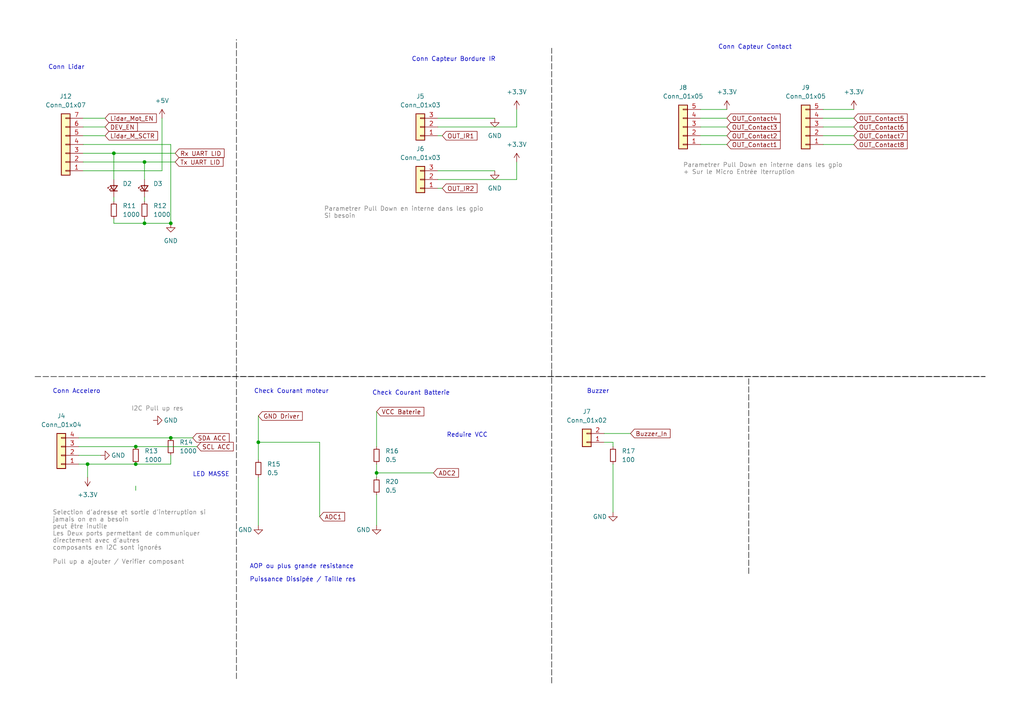
<source format=kicad_sch>
(kicad_sch (version 20230121) (generator eeschema)
  (paper "A4")
  (lib_symbols
    (symbol "Connector_Generic:Conn_01x02" (pin_names (offset 1.016) hide)
      (property "Reference" "J" (at 0 2.54 0))
      (property "Value" "Conn_01x02" (at 0 -5.08 0))
      (symbol "Conn_01x02_1_1"
        (rectangle (start -1.27 -2.413) (end 0 -2.667) (stroke (width 0.1524)))
        (rectangle (start -1.27 0.127) (end 0 -0.127) (stroke (width 0.1524)))
        (rectangle (start -1.27 1.27) (end 1.27 -3.81) (stroke (width 0.254)) (fill (type background)))
        (pin passive line (at -5.08 0 0) (length 3.81) (name "Pin_1") (number "1"))
        (pin passive line (at -5.08 -2.54 0) (length 3.81) (name "Pin_2") (number "2"))
      )
    )
    (symbol "Connector_Generic:Conn_01x03" (pin_names (offset 1.016) hide)
      (property "Reference" "J" (at 0 5.08 0))
      (property "Value" "Conn_01x03" (at 0 -5.08 0))
      (symbol "Conn_01x03_1_1"
        (rectangle (start -1.27 -2.413) (end 0 -2.667) (stroke (width 0.1524)))
        (rectangle (start -1.27 0.127) (end 0 -0.127) (stroke (width 0.1524)))
        (rectangle (start -1.27 2.667) (end 0 2.413) (stroke (width 0.1524)))
        (rectangle (start -1.27 3.81) (end 1.27 -3.81) (stroke (width 0.254)) (fill (type background)))
        (pin passive line (at -5.08 2.54 0) (length 3.81) (name "Pin_1") (number "1"))
        (pin passive line (at -5.08 0 0) (length 3.81) (name "Pin_2") (number "2"))
        (pin passive line (at -5.08 -2.54 0) (length 3.81) (name "Pin_3") (number "3"))
      )
    )
    (symbol "Connector_Generic:Conn_01x04" (pin_names (offset 1.016) hide)
      (property "Reference" "J" (at 0 5.08 0))
      (property "Value" "Conn_01x04" (at 0 -7.62 0))
      (symbol "Conn_01x04_1_1"
        (rectangle (start -1.27 -4.953) (end 0 -5.207) (stroke (width 0.1524)))
        (rectangle (start -1.27 -2.413) (end 0 -2.667) (stroke (width 0.1524)))
        (rectangle (start -1.27 0.127) (end 0 -0.127) (stroke (width 0.1524)))
        (rectangle (start -1.27 2.667) (end 0 2.413) (stroke (width 0.1524)))
        (rectangle (start -1.27 3.81) (end 1.27 -6.35) (stroke (width 0.254)) (fill (type background)))
        (pin passive line (at -5.08 2.54 0) (length 3.81) (name "Pin_1") (number "1"))
        (pin passive line (at -5.08 0 0) (length 3.81) (name "Pin_2") (number "2"))
        (pin passive line (at -5.08 -2.54 0) (length 3.81) (name "Pin_3") (number "3"))
        (pin passive line (at -5.08 -5.08 0) (length 3.81) (name "Pin_4") (number "4"))
      )
    )
    (symbol "Connector_Generic:Conn_01x05" (pin_names (offset 1.016) hide)
      (property "Reference" "J" (at 0 7.62 0))
      (property "Value" "Conn_01x05" (at 0 -7.62 0))
      (symbol "Conn_01x05_1_1"
        (rectangle (start -1.27 -4.953) (end 0 -5.207) (stroke (width 0.1524)))
        (rectangle (start -1.27 -2.413) (end 0 -2.667) (stroke (width 0.1524)))
        (rectangle (start -1.27 0.127) (end 0 -0.127) (stroke (width 0.1524)))
        (rectangle (start -1.27 2.667) (end 0 2.413) (stroke (width 0.1524)))
        (rectangle (start -1.27 5.207) (end 0 4.953) (stroke (width 0.1524)))
        (rectangle (start -1.27 6.35) (end 1.27 -6.35) (stroke (width 0.254)) (fill (type background)))
        (pin passive line (at -5.08 5.08 0) (length 3.81) (name "Pin_1") (number "1"))
        (pin passive line (at -5.08 2.54 0) (length 3.81) (name "Pin_2") (number "2"))
        (pin passive line (at -5.08 0 0) (length 3.81) (name "Pin_3") (number "3"))
        (pin passive line (at -5.08 -2.54 0) (length 3.81) (name "Pin_4") (number "4"))
        (pin passive line (at -5.08 -5.08 0) (length 3.81) (name "Pin_5") (number "5"))
      )
    )
    (symbol "Connector_Generic:Conn_01x07" (pin_names (offset 1.016) hide)
      (property "Reference" "J" (at 0 10.16 0))
      (property "Value" "Conn_01x07" (at 0 -10.16 0))
      (symbol "Conn_01x07_1_1"
        (rectangle (start -1.27 -7.493) (end 0 -7.747) (stroke (width 0.1524)))
        (rectangle (start -1.27 -4.953) (end 0 -5.207) (stroke (width 0.1524)))
        (rectangle (start -1.27 -2.413) (end 0 -2.667) (stroke (width 0.1524)))
        (rectangle (start -1.27 0.127) (end 0 -0.127) (stroke (width 0.1524)))
        (rectangle (start -1.27 2.667) (end 0 2.413) (stroke (width 0.1524)))
        (rectangle (start -1.27 5.207) (end 0 4.953) (stroke (width 0.1524)))
        (rectangle (start -1.27 7.747) (end 0 7.493) (stroke (width 0.1524)))
        (rectangle (start -1.27 8.89) (end 1.27 -8.89) (stroke (width 0.254)) (fill (type background)))
        (pin passive line (at -5.08 7.62 0) (length 3.81) (name "Pin_1") (number "1"))
        (pin passive line (at -5.08 5.08 0) (length 3.81) (name "Pin_2") (number "2"))
        (pin passive line (at -5.08 2.54 0) (length 3.81) (name "Pin_3") (number "3"))
        (pin passive line (at -5.08 0 0) (length 3.81) (name "Pin_4") (number "4"))
        (pin passive line (at -5.08 -2.54 0) (length 3.81) (name "Pin_5") (number "5"))
        (pin passive line (at -5.08 -5.08 0) (length 3.81) (name "Pin_6") (number "6"))
        (pin passive line (at -5.08 -7.62 0) (length 3.81) (name "Pin_7") (number "7"))
      )
    )
    (symbol "Device:LED_Small" (pin_numbers hide) (pin_names (offset 0.254) hide)
      (property "Reference" "D" (at -1.27 3.175 0))
      (property "Value" "LED_Small" (at -4.445 -2.54 0))
      (symbol "LED_Small_0_1"
        (polyline (pts (xy -0.762 -1.016) (xy -0.762 1.016)) (stroke (width 0.254)))
        (polyline (pts (xy 1.016 0) (xy -0.762 0)))
        (polyline (pts (xy 0.762 -1.016) (xy -0.762 0) (xy 0.762 1.016) (xy 0.762 -1.016)) (stroke (width 0.254)))
        (polyline (pts (xy 0 0.762) (xy -0.508 1.27) (xy -0.254 1.27) (xy -0.508 1.27) (xy -0.508 1.016)))
        (polyline (pts (xy 0.508 1.27) (xy 0 1.778) (xy 0.254 1.778) (xy 0 1.778) (xy 0 1.524)))
      )
      (symbol "LED_Small_1_1"
        (pin passive line (at -2.54 0 0) (length 1.778) (name "K") (number "1"))
        (pin passive line (at 2.54 0 180) (length 1.778) (name "A") (number "2"))
      )
    )
    (symbol "Device:R_Small" (pin_numbers hide) (pin_names (offset 0.254) hide)
      (property "Reference" "R" (at 0.762 0.508 0))
      (property "Value" "R_Small" (at 0.762 -1.016 0))
      (symbol "R_Small_0_1"
        (rectangle (start -0.762 1.778) (end 0.762 -1.778) (stroke (width 0.2032)))
      )
      (symbol "R_Small_1_1"
        (pin passive line (at 0 2.54 270) (length 0.762) (name "~") (number "1"))
        (pin passive line (at 0 -2.54 90) (length 0.762) (name "~") (number "2"))
      )
    )
    (symbol "power:+3.3V" (power) (pin_names (offset 0))
      (property "Value" "+3.3V" (at 0 3.556 0))
      (symbol "+3.3V_0_1"
        (polyline (pts (xy -0.762 1.27) (xy 0 2.54)))
        (polyline (pts (xy 0 0) (xy 0 2.54)))
        (polyline (pts (xy 0 2.54) (xy 0.762 1.27)))
      )
      (symbol "+3.3V_1_1"
        (pin power_in line (at 0 0 90) (length 0) hide (name "+3.3V") (number "1"))
      )
    )
    (symbol "power:+5V" (power) (pin_names (offset 0))
      (property "Value" "+5V" (at 0 3.556 0))
      (symbol "+5V_0_1"
        (polyline (pts (xy -0.762 1.27) (xy 0 2.54)))
        (polyline (pts (xy 0 0) (xy 0 2.54)))
        (polyline (pts (xy 0 2.54) (xy 0.762 1.27)))
      )
      (symbol "+5V_1_1"
        (pin power_in line (at 0 0 90) (length 0) hide (name "+5V") (number "1"))
      )
    )
    (symbol "power:GND" (power) (pin_names (offset 0))
      (property "Value" "GND" (at 0 -3.81 0))
      (symbol "GND_0_1"
        (polyline (pts (xy 0 0) (xy 0 -1.27) (xy 1.27 -1.27) (xy 0 -2.54) (xy -1.27 -1.27) (xy 0 -1.27)))
      )
      (symbol "GND_1_1"
        (pin power_in line (at 0 0 270) (length 0) hide (name "GND") (number "1"))
      )
    )
  )
  (junction (at 74.93 128.27))
  (junction (at 41.91 64.77))
  (junction (at 109.22 137.16))
  (junction (at 39.37 129.54))
  (junction (at 49.53 64.77))
  (junction (at 41.91 46.99))
  (junction (at 33.02 44.45))
  (junction (at 49.53 127))
  (junction (at 39.37 134.62))
  (junction (at 25.4 134.62))
  (wire (pts (xy 127 34.29) (xy 143.51 34.29)))
  (wire (pts (xy 41.91 57.15) (xy 41.91 58.42)))
  (wire (pts (xy 127 36.83) (xy 149.86 36.83)))
  (wire (pts (xy 22.86 132.08) (xy 29.21 132.08)))
  (polyline (pts (xy 58.42 109.22) (xy 285.75 109.22)) (stroke (width 0) (type dash) (color 0 0 0 1)))
  (wire (pts (xy -12.7 129.54) (xy -12.7 127)))
  (wire (pts (xy 203.2 36.83) (xy 210.82 36.83)))
  (polyline (pts (xy 160.02 109.22) (xy 160.02 13.97)) (stroke (width 0) (type dash) (color 0 0 0 1)))
  (wire (pts (xy 203.2 39.37) (xy 210.82 39.37)))
  (wire (pts (xy -19.05 127) (xy -15.24 127)))
  (wire (pts (xy 24.13 36.83) (xy 30.48 36.83)))
  (wire (pts (xy 92.71 128.27) (xy 74.93 128.27)))
  (wire (pts (xy 74.93 128.27) (xy 74.93 133.35)))
  (wire (pts (xy 109.22 143.51) (xy 109.22 152.4)))
  (wire (pts (xy 24.13 44.45) (xy 33.02 44.45)))
  (wire (pts (xy 24.13 49.53) (xy 46.99 49.53)))
  (wire (pts (xy 33.02 63.5) (xy 33.02 64.77)))
  (wire (pts (xy 149.86 31.75) (xy 149.86 36.83)))
  (wire (pts (xy 22.86 129.54) (xy 39.37 129.54)))
  (wire (pts (xy 109.22 137.16) (xy 109.22 138.43)))
  (polyline (pts (xy 10.16 109.22) (xy 285.75 109.22)) (stroke (width 0) (type dash) (color 0 0 0 1)))
  (wire (pts (xy 24.13 41.91) (xy 49.53 41.91)))
  (wire (pts (xy 175.26 128.27) (xy 177.8 128.27)))
  (wire (pts (xy 49.53 41.91) (xy 49.53 64.77)))
  (wire (pts (xy 127 49.53) (xy 143.51 49.53)))
  (wire (pts (xy 238.76 36.83) (xy 247.65 36.83)))
  (wire (pts (xy 92.71 128.27) (xy 92.71 149.86)))
  (wire (pts (xy 109.22 137.16) (xy 125.73 137.16)))
  (wire (pts (xy 25.4 134.62) (xy 25.4 138.43)))
  (wire (pts (xy 49.53 127) (xy 55.88 127)))
  (wire (pts (xy 74.93 138.43) (xy 74.93 152.4)))
  (wire (pts (xy 238.76 41.91) (xy 247.65 41.91)))
  (wire (pts (xy 33.02 64.77) (xy 41.91 64.77)))
  (wire (pts (xy 127 52.07) (xy 149.86 52.07)))
  (wire (pts (xy 238.76 39.37) (xy 247.65 39.37)))
  (wire (pts (xy 49.53 132.08) (xy 49.53 134.62)))
  (wire (pts (xy 39.37 129.54) (xy 57.15 129.54)))
  (wire (pts (xy 203.2 31.75) (xy 210.82 31.75)))
  (wire (pts (xy 238.76 34.29) (xy 247.65 34.29)))
  (wire (pts (xy 203.2 34.29) (xy 210.82 34.29)))
  (wire (pts (xy 49.53 134.62) (xy 39.37 134.62)))
  (wire (pts (xy 238.76 31.75) (xy 247.65 31.75)))
  (wire (pts (xy 41.91 64.77) (xy 49.53 64.77)))
  (wire (pts (xy 33.02 44.45) (xy 33.02 52.07)))
  (wire (pts (xy 39.37 142.24) (xy 39.37 140.97)))
  (wire (pts (xy 33.02 57.15) (xy 33.02 58.42)))
  (wire (pts (xy 46.99 34.29) (xy 46.99 49.53)))
  (wire (pts (xy -12.7 121.92) (xy -12.7 120.65)))
  (wire (pts (xy 33.02 44.45) (xy 50.8 44.45)))
  (wire (pts (xy -30.48 120.65) (xy -12.7 120.65)))
  (wire (pts (xy 41.91 46.99) (xy 41.91 52.07)))
  (polyline (pts (xy 160.02 198.12) (xy 160.02 106.68)) (stroke (width 0) (type dash) (color 0 0 0 1)))
  (wire (pts (xy 74.93 120.65) (xy 74.93 128.27)))
  (wire (pts (xy -12.7 129.54) (xy -10.16 129.54)))
  (wire (pts (xy 22.86 134.62) (xy 25.4 134.62)))
  (wire (pts (xy -26.67 127) (xy -24.13 127)))
  (wire (pts (xy 41.91 46.99) (xy 50.8 46.99)))
  (wire (pts (xy 203.2 41.91) (xy 210.82 41.91)))
  (wire (pts (xy 109.22 134.62) (xy 109.22 137.16)))
  (wire (pts (xy 177.8 134.62) (xy 177.8 148.59)))
  (wire (pts (xy 24.13 34.29) (xy 30.48 34.29)))
  (wire (pts (xy 109.22 119.38) (xy 109.22 129.54)))
  (wire (pts (xy 22.86 127) (xy 49.53 127)))
  (wire (pts (xy 127 39.37) (xy 128.27 39.37)))
  (wire (pts (xy 24.13 46.99) (xy 41.91 46.99)))
  (wire (pts (xy 25.4 134.62) (xy 39.37 134.62)))
  (wire (pts (xy -30.48 120.65) (xy -30.48 118.11)))
  (polyline (pts (xy 217.17 166.37) (xy 217.17 109.22)) (stroke (width 0) (type dash) (color 0 0 0 1)))
  (wire (pts (xy 127 54.61) (xy 128.27 54.61)))
  (wire (pts (xy 177.8 128.27) (xy 177.8 129.54)))
  (wire (pts (xy 41.91 63.5) (xy 41.91 64.77)))
  (wire (pts (xy 24.13 39.37) (xy 30.48 39.37)))
  (wire (pts (xy 149.86 46.99) (xy 149.86 52.07)))
  (polyline (pts (xy 68.58 196.85) (xy 68.58 11.43)) (stroke (width 0) (type dash) (color 0 0 0 1)))
  (wire (pts (xy 175.26 125.73) (xy 182.88 125.73)))
  (text "Reduire VCC" (at 129.54 127 0) (effects (font (size 1.27 1.27)) (justify left bottom)))
  (text "Check Courant moteur\n" (at 73.66 114.3 0) (effects (font (size 1.27 1.27)) (justify left bottom)))
  (text "Buzzer\n" (at 170.18 114.3 0) (effects (font (size 1.27 1.27)) (justify left bottom)))
  (text "Parametrer Pull Down en interne dans les gpio\n+ Sur le Micro Entrée Iterruption" (at 198.12 50.8 0) (effects (font (size 1.27 1.27)) (justify left bottom)))
  (text "Check Courant Batterie\n\n" (at 107.95 116.84 0) (effects (font (size 1.27 1.27)) (justify left bottom)))
  (text "AOP ou plus grande resistance\n" (at 72.39 165.1 0) (effects (font (size 1.27 1.27)) (justify left bottom)))
  (text "Puissance Dissipée / Taille res" (at 72.39 168.91 0) (effects (font (size 1.27 1.27)) (justify left bottom)))
  (text "Conn Lidar" (at 13.97 20.32 0) (effects (font (size 1.27 1.27)) (justify left bottom)))
  (text "Conn Accelero\n" (at 15.24 114.3 0) (effects (font (size 1.27 1.27)) (justify left bottom)))
  (text "Conn Capteur Contact \n\n" (at 208.28 16.51 0) (effects (font (size 1.27 1.27)) (justify left bottom)))
  (text "Parametrer Pull Down en interne dans les gpio\nSi besoin" (at 93.98 63.5 0) (effects (font (size 1.27 1.27)) (justify left bottom)))
  (text "I2C Pull up res" (at 38.1 119.38 0) (effects (font (size 1.27 1.27)) (justify left bottom)))
  (text "Selection d'adresse et sortie d'interruption si \njamais on en a besoin\npeut être inutile \nLes Deux ports permettant de communiquer \ndirectement avec d'autres \ncomposants en I2C sont ignorés\n\nPull up a ajouter / Verifier composant\n" (at 15.24 163.83 0) (effects (font (size 1.27 1.27)) (justify left bottom)))
  (text "LED MASSE\n" (at 55.88 138.43 0) (effects (font (size 1.27 1.27)) (justify left bottom)))
  (text "Conn Capteur Bordure IR\n\n\n\n" (at 119.38 24.13 0) (effects (font (size 1.27 1.27)) (justify left bottom)))
  (global_label "Rx UART LID" (shape input) (at 50.8 44.45 0) (property "Intersheetrefs" "${INTERSHEET_REFS}" (effects hide)))
  (global_label "OUT_Contact6" (shape input) (at 247.65 36.83 0) (property "Intersheetrefs" "${INTERSHEET_REFS}" (effects hide)))
  (global_label "DEV_EN" (shape input) (at 30.48 36.83 0) (property "Intersheetrefs" "${INTERSHEET_REFS}" (effects hide)))
  (global_label "SDA ACC" (shape input) (at 55.88 127 0) (property "Intersheetrefs" "${INTERSHEET_REFS}" (effects hide)))
  (global_label "ADC2" (shape input) (at 125.73 137.16 0) (property "Intersheetrefs" "${INTERSHEET_REFS}" (effects hide)))
  (global_label "OUT_Contact1" (shape input) (at 210.82 41.91 0) (property "Intersheetrefs" "${INTERSHEET_REFS}" (effects hide)))
  (global_label "OUT_Contact8" (shape input) (at 247.65 41.91 0) (property "Intersheetrefs" "${INTERSHEET_REFS}" (effects hide)))
  (global_label "OUT_IR2" (shape input) (at 128.27 54.61 0) (property "Intersheetrefs" "${INTERSHEET_REFS}" (effects hide)))
  (global_label "OUT_Contact4" (shape input) (at 210.82 34.29 0) (property "Intersheetrefs" "${INTERSHEET_REFS}" (effects hide)))
  (global_label "OUT_Contact3" (shape input) (at 210.82 36.83 0) (property "Intersheetrefs" "${INTERSHEET_REFS}" (effects hide)))
  (global_label "GND Driver" (shape input) (at 74.93 120.65 0) (property "Intersheetrefs" "${INTERSHEET_REFS}" (effects hide)))
  (global_label "VCC Baterie" (shape input) (at 109.22 119.38 0) (property "Intersheetrefs" "${INTERSHEET_REFS}" (effects hide)))
  (global_label "OUT_Contact2" (shape input) (at 210.82 39.37 0) (property "Intersheetrefs" "${INTERSHEET_REFS}" (effects hide)))
  (global_label "OUT_Contact5" (shape input) (at 247.65 34.29 0) (property "Intersheetrefs" "${INTERSHEET_REFS}" (effects hide)))
  (global_label "Tx UART LID" (shape input) (at 50.8 46.99 0) (property "Intersheetrefs" "${INTERSHEET_REFS}" (effects hide)))
  (global_label "Lidar_Mot_EN" (shape input) (at 30.48 34.29 0) (property "Intersheetrefs" "${INTERSHEET_REFS}" (effects hide)))
  (global_label "Lidar_M_SCTR" (shape input) (at 30.48 39.37 0) (property "Intersheetrefs" "${INTERSHEET_REFS}" (effects hide)))
  (global_label "SCL ACC" (shape input) (at 57.15 129.54 0) (property "Intersheetrefs" "${INTERSHEET_REFS}" (effects hide)))
  (global_label "OUT_Contact7" (shape input) (at 247.65 39.37 0) (property "Intersheetrefs" "${INTERSHEET_REFS}" (effects hide)))
  (global_label "ADC1" (shape input) (at 92.71 149.86 0) (property "Intersheetrefs" "${INTERSHEET_REFS}" (effects hide)))
  (global_label "Buzzer_In" (shape input) (at 182.88 125.73 0) (property "Intersheetrefs" "${INTERSHEET_REFS}" (effects hide)))
  (global_label "OUT_IR1" (shape input) (at 128.27 39.37 0) (property "Intersheetrefs" "${INTERSHEET_REFS}" (effects hide)))
  (symbol (lib_id "power:+3.3V") (at 149.86 31.75 0) (unit 1)
    (property "Reference" "#PWR039" (effects hide))
    (property "Value" "+3.3V" (at 149.86 26.67 0))
    (instances (project "projet moi" (path "" (reference "#PWR039") (unit 1))) (project "Projet Chat - Capteurs" (path "" (reference "#PWR?") (unit 1))))
  )
  (symbol (lib_id "power:GND") (at 49.53 64.77 0) (unit 1)
    (property "Reference" "#PWR034" (effects hide))
    (property "Value" "GND" (at 49.53 69.85 0))
    (instances (project "projet moi" (path "" (reference "#PWR034") (unit 1))) (project "Projet Chat - Capteurs" (path "" (reference "#PWR?") (unit 1))))
  )
  (symbol (lib_id "power:GND") (at 109.22 152.4 0) (unit 1)
    (property "Reference" "#PWR036" (effects hide))
    (property "Value" "GND" (at 105.41 153.67 0))
    (instances (project "projet moi" (path "" (reference "#PWR036") (unit 1))) (project "Projet Chat - Capteurs" (path "" (reference "#PWR?") (unit 1))))
  )
  (symbol (lib_id "Device:R_Small") (at 74.93 135.89 0) (unit 1)
    (property "Reference" "R15" (at 77.47 134.62 0) (effects (justify left)))
    (property "Value" "0.5" (at 77.47 137.16 0) (effects (justify left)))
    (property "Footprint" "Resistor_SMD:R_0603_1608Metric_Pad0.98x0.95mm_HandSolder" (effects hide))
    (instances (project "projet moi" (path "" (reference "R15") (unit 1))) (project "Projet Chat - Capteurs" (path "" (reference "R?") (unit 1))))
  )
  (symbol (lib_id "power:GND") (at -5.08 129.54 0) (unit 1)
    (property "Reference" "#PWR015" (effects hide))
    (property "Value" "GND" (at -8.89 130.81 0))
    (instances (project "projet moi" (path "" (reference "#PWR015") (unit 1))) (project "Projet Chat - Capteurs" (path "" (reference "#PWR?") (unit 1))))
  )
  (symbol (lib_id "power:GND") (at 143.51 34.29 0) (unit 1)
    (property "Reference" "#PWR037" (effects hide))
    (property "Value" "GND" (at 143.51 39.37 0))
    (instances (project "projet moi" (path "" (reference "#PWR037") (unit 1))) (project "Projet Chat - Capteurs" (path "" (reference "#PWR?") (unit 1))))
  )
  (symbol (lib_id "Device:LED_Small") (at 33.02 54.61 90) (unit 1)
    (property "Reference" "D2" (at 35.56 53.2765 90) (effects (justify right)))
    (property "Value" "LED_Small" (effects hide))
    (property "Footprint" "LED_SMD:LED_0603_1608Metric_Pad1.05x0.95mm_HandSolder" (effects hide))
    (instances (project "projet moi" (path "" (reference "D2") (unit 1))) (project "Projet Chat - Capteurs" (path "" (reference "D?") (unit 1))))
  )
  (symbol (lib_id "Connector_Generic:Conn_01x05") (at 233.68 36.83 180) (unit 1)
    (property "Reference" "J9" (at 233.68 25.4 0))
    (property "Value" "Conn_01x05" (at 233.68 27.94 0))
    (property "Footprint" "Connector_JST:JST_XH_S5B-XH-A_1x05_P2.50mm_Horizontal" (effects hide))
    (instances (project "projet moi" (path "" (reference "J9") (unit 1))) (project "Projet Chat - Capteurs" (path "" (reference "J?") (unit 1))))
  )
  (symbol (lib_id "Device:R_Small") (at 177.8 132.08 0) (unit 1)
    (property "Reference" "R17" (at 180.34 130.81 0) (effects (justify left)))
    (property "Value" "100" (at 180.34 133.35 0) (effects (justify left)))
    (property "Footprint" "Resistor_SMD:R_0603_1608Metric_Pad0.98x0.95mm_HandSolder" (effects hide))
    (instances (project "projet moi" (path "" (reference "R17") (unit 1))) (project "Projet Chat - Capteurs" (path "" (reference "R?") (unit 1))))
  )
  (symbol (lib_id "power:+5V") (at 46.99 34.29 0) (unit 1)
    (property "Reference" "#PWR033" (effects hide))
    (property "Value" "+5V" (at 46.99 29.21 0))
    (instances (project "projet moi" (path "" (reference "#PWR033") (unit 1))) (project "Projet Chat - Capteurs" (path "" (reference "#PWR?") (unit 1))))
  )
  (symbol (lib_id "Device:R_Small") (at 109.22 132.08 0) (unit 1)
    (property "Reference" "R16" (at 111.76 130.81 0) (effects (justify left)))
    (property "Value" "0.5" (at 111.76 133.35 0) (effects (justify left)))
    (property "Footprint" "Resistor_SMD:R_0603_1608Metric_Pad0.98x0.95mm_HandSolder" (effects hide))
    (instances (project "projet moi" (path "" (reference "R16") (unit 1))) (project "Projet Chat - Capteurs" (path "" (reference "R?") (unit 1))))
  )
  (symbol (lib_id "Device:R_Small") (at 39.37 132.08 0) (unit 1)
    (property "Reference" "R13" (at 41.91 130.81 0) (effects (justify left)))
    (property "Value" "1000" (at 41.91 133.35 0) (effects (justify left)))
    (property "Footprint" "Resistor_SMD:R_0603_1608Metric_Pad0.98x0.95mm_HandSolder" (effects hide))
    (instances (project "projet moi" (path "" (reference "R13") (unit 1))) (project "Projet Chat - Capteurs" (path "" (reference "R?") (unit 1))))
  )
  (symbol (lib_id "power:GND") (at 44.45 121.92 90) (unit 1)
    (property "Reference" "#PWR052" (effects hide))
    (property "Value" "GND" (at 49.53 121.92 90))
    (instances (project "projet moi" (path "" (reference "#PWR052") (unit 1))) (project "Projet Chat - Capteurs" (path "" (reference "#PWR?") (unit 1))))
  )
  (symbol (lib_id "power:GND") (at 29.21 132.08 90) (unit 1)
    (property "Reference" "#PWR032" (effects hide))
    (property "Value" "GND" (at 34.29 132.08 90))
    (instances (project "projet moi" (path "" (reference "#PWR032") (unit 1))) (project "Projet Chat - Capteurs" (path "" (reference "#PWR?") (unit 1))))
  )
  (symbol (lib_id "power:+3.3V") (at 149.86 46.99 0) (unit 1)
    (property "Reference" "#PWR040" (effects hide))
    (property "Value" "+3.3V" (at 149.86 41.91 0))
    (instances (project "projet moi" (path "" (reference "#PWR040") (unit 1))) (project "Projet Chat - Capteurs" (path "" (reference "#PWR?") (unit 1))))
  )
  (symbol (lib_id "power:GND") (at 177.8 148.59 0) (unit 1)
    (property "Reference" "#PWR041" (effects hide))
    (property "Value" "GND" (at 173.99 149.86 0))
    (instances (project "projet moi" (path "" (reference "#PWR041") (unit 1))) (project "Projet Chat - Capteurs" (path "" (reference "#PWR?") (unit 1))))
  )
  (symbol (lib_id "power:GND") (at 74.93 152.4 0) (unit 1)
    (property "Reference" "#PWR035" (effects hide))
    (property "Value" "GND" (at 71.12 153.67 0))
    (instances (project "projet moi" (path "" (reference "#PWR035") (unit 1))) (project "Projet Chat - Capteurs" (path "" (reference "#PWR?") (unit 1))))
  )
  (symbol (lib_id "Device:R_Small") (at 41.91 60.96 0) (unit 1)
    (property "Reference" "R12" (at 44.45 59.69 0) (effects (justify left)))
    (property "Value" "1000" (at 44.45 62.23 0) (effects (justify left)))
    (property "Footprint" "Resistor_SMD:R_0603_1608Metric_Pad0.98x0.95mm_HandSolder" (effects hide))
    (instances (project "projet moi" (path "" (reference "R12") (unit 1))) (project "Projet Chat - Capteurs" (path "" (reference "R?") (unit 1))))
  )
  (symbol (lib_id "Device:LED_Small") (at 41.91 54.61 90) (unit 1)
    (property "Reference" "D3" (at 44.45 53.2765 90) (effects (justify right)))
    (property "Value" "LED_Small" (effects hide))
    (property "Footprint" "LED_SMD:LED_0603_1608Metric_Pad1.05x0.95mm_HandSolder" (effects hide))
    (instances (project "projet moi" (path "" (reference "D3") (unit 1))) (project "Projet Chat - Capteurs" (path "" (reference "D?") (unit 1))))
  )
  (symbol (lib_id "Connector_Generic:Conn_01x03") (at 121.92 36.83 180) (unit 1)
    (property "Reference" "J5" (at 121.92 27.94 0))
    (property "Value" "Conn_01x03" (at 121.92 30.48 0))
    (property "Footprint" "Connector_JST:JST_XH_S3B-XH-A_1x03_P2.50mm_Horizontal" (effects hide))
    (instances (project "projet moi" (path "" (reference "J5") (unit 1))) (project "Projet Chat - Capteurs" (path "" (reference "J?") (unit 1))))
  )
  (symbol (lib_id "power:GND") (at -15.24 127 0) (unit 1)
    (property "Reference" "#PWR012" (effects hide))
    (property "Value" "GND" (at -17.78 125.73 0))
    (instances (project "projet moi" (path "" (reference "#PWR012") (unit 1))) (project "Projet Chat - Capteurs" (path "" (reference "#PWR?") (unit 1))))
  )
  (symbol (lib_id "Connector_Generic:Conn_01x02") (at 170.18 128.27 180) (unit 1)
    (property "Reference" "J7" (at 170.18 119.38 0))
    (property "Value" "Conn_01x02" (at 170.18 121.92 0))
    (property "Footprint" "Connector_JST:JST_XH_S2B-XH-A_1x02_P2.50mm_Horizontal" (effects hide))
    (instances (project "projet moi" (path "" (reference "J7") (unit 1))) (project "Projet Chat - Capteurs" (path "" (reference "J?") (unit 1))))
  )
  (symbol (lib_id "Connector_Generic:Conn_01x07") (at 19.05 41.91 180) (unit 1)
    (property "Reference" "J12" (at 19.05 27.94 0))
    (property "Value" "Conn_01x07" (at 19.05 30.48 0))
    (property "Footprint" "Connector_JST:JST_XH_S7B-XH-A_1x07_P2.50mm_Horizontal" (effects hide))
  )
  (symbol (lib_id "Connector_Generic:Conn_01x04") (at 17.78 132.08 180) (unit 1)
    (property "Reference" "J4" (at 17.78 120.65 0))
    (property "Value" "Conn_01x04" (at 17.78 123.19 0))
    (property "Footprint" "Connector_JST:JST_EH_S4B-EH_1x04_P2.50mm_Horizontal" (effects hide))
  )
  (symbol (lib_id "Connector_Generic:Conn_01x03") (at 121.92 52.07 180) (unit 1)
    (property "Reference" "J6" (at 121.92 43.18 0))
    (property "Value" "Conn_01x03" (at 121.92 45.72 0))
    (property "Footprint" "Connector_JST:JST_XH_S3B-XH-A_1x03_P2.50mm_Horizontal" (effects hide))
    (instances (project "projet moi" (path "" (reference "J6") (unit 1))) (project "Projet Chat - Capteurs" (path "" (reference "J?") (unit 1))))
  )
  (symbol (lib_id "Connector_Generic:Conn_01x05") (at 198.12 36.83 180) (unit 1)
    (property "Reference" "J8" (at 198.12 25.4 0))
    (property "Value" "Conn_01x05" (at 198.12 27.94 0))
    (property "Footprint" "Connector_JST:JST_XH_S5B-XH-A_1x05_P2.50mm_Horizontal" (effects hide))
    (instances (project "projet moi" (path "" (reference "J8") (unit 1))) (project "Projet Chat - Capteurs" (path "" (reference "J?") (unit 1))))
  )
  (symbol (lib_id "Device:R_Small") (at 109.22 140.97 0) (unit 1)
    (property "Reference" "R20" (at 111.76 139.7 0) (effects (justify left)))
    (property "Value" "0.5" (at 111.76 142.24 0) (effects (justify left)))
    (property "Footprint" "Resistor_SMD:R_0603_1608Metric_Pad0.98x0.95mm_HandSolder" (effects hide))
    (instances (project "projet moi" (path "" (reference "R20") (unit 1))) (project "Projet Chat - Capteurs" (path "" (reference "R?") (unit 1))))
  )
  (symbol (lib_id "Device:R_Small") (at 33.02 60.96 0) (unit 1)
    (property "Reference" "R11" (at 35.56 59.69 0) (effects (justify left)))
    (property "Value" "1000" (at 35.56 62.23 0) (effects (justify left)))
    (property "Footprint" "Resistor_SMD:R_0603_1608Metric_Pad0.98x0.95mm_HandSolder" (effects hide))
    (instances (project "projet moi" (path "" (reference "R11") (unit 1))) (project "Projet Chat - Capteurs" (path "" (reference "R?") (unit 1))))
  )
  (symbol (lib_id "power:+3.3V") (at 210.82 31.75 0) (unit 1)
    (property "Reference" "#PWR042" (effects hide))
    (property "Value" "+3.3V" (at 210.82 26.67 0))
    (instances (project "projet moi" (path "" (reference "#PWR042") (unit 1))) (project "Projet Chat - Capteurs" (path "" (reference "#PWR?") (unit 1))))
  )
  (symbol (lib_id "power:GND") (at 143.51 49.53 0) (unit 1)
    (property "Reference" "#PWR038" (effects hide))
    (property "Value" "GND" (at 143.51 54.61 0))
    (instances (project "projet moi" (path "" (reference "#PWR038") (unit 1))) (project "Projet Chat - Capteurs" (path "" (reference "#PWR?") (unit 1))))
  )
  (symbol (lib_id "power:+3.3V") (at 247.65 31.75 0) (unit 1)
    (property "Reference" "#PWR043" (effects hide))
    (property "Value" "+3.3V" (at 247.65 26.67 0))
    (instances (project "projet moi" (path "" (reference "#PWR043") (unit 1))) (project "Projet Chat - Capteurs" (path "" (reference "#PWR?") (unit 1))))
  )
  (symbol (lib_id "Device:R_Small") (at 49.53 129.54 0) (unit 1)
    (property "Reference" "R14" (at 52.07 128.27 0) (effects (justify left)))
    (property "Value" "1000" (at 52.07 130.81 0) (effects (justify left)))
    (property "Footprint" "Resistor_SMD:R_0603_1608Metric_Pad0.98x0.95mm_HandSolder" (effects hide))
    (instances (project "projet moi" (path "" (reference "R14") (unit 1))) (project "Projet Chat - Capteurs" (path "" (reference "R?") (unit 1))))
  )
  (symbol (lib_id "power:+3.3V") (at 25.4 138.43 180) (unit 1)
    (property "Reference" "#PWR031" (effects hide))
    (property "Value" "+3.3V" (at 25.4 143.51 0))
    (instances (project "projet moi" (path "" (reference "#PWR031") (unit 1))) (project "Projet Chat - Capteurs" (path "" (reference "#PWR?") (unit 1))))
  )
)
</source>
